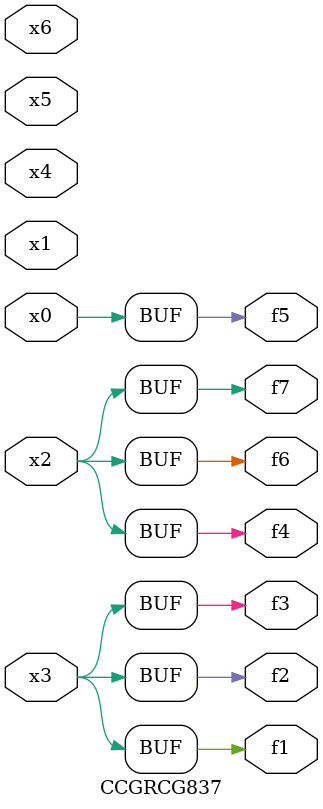
<source format=v>
module CCGRCG837(
	input x0, x1, x2, x3, x4, x5, x6,
	output f1, f2, f3, f4, f5, f6, f7
);
	assign f1 = x3;
	assign f2 = x3;
	assign f3 = x3;
	assign f4 = x2;
	assign f5 = x0;
	assign f6 = x2;
	assign f7 = x2;
endmodule

</source>
